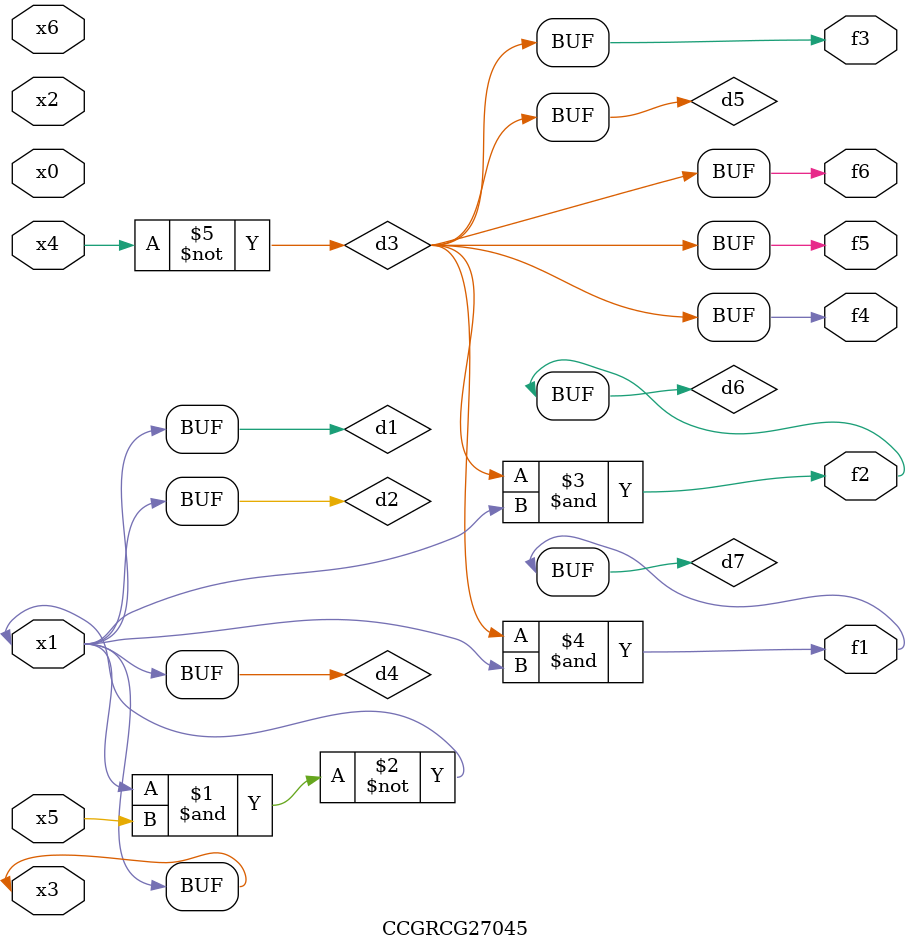
<source format=v>
module CCGRCG27045(
	input x0, x1, x2, x3, x4, x5, x6,
	output f1, f2, f3, f4, f5, f6
);

	wire d1, d2, d3, d4, d5, d6, d7;

	buf (d1, x1, x3);
	nand (d2, x1, x5);
	not (d3, x4);
	buf (d4, d1, d2);
	buf (d5, d3);
	and (d6, d3, d4);
	and (d7, d3, d4);
	assign f1 = d7;
	assign f2 = d6;
	assign f3 = d5;
	assign f4 = d5;
	assign f5 = d5;
	assign f6 = d5;
endmodule

</source>
